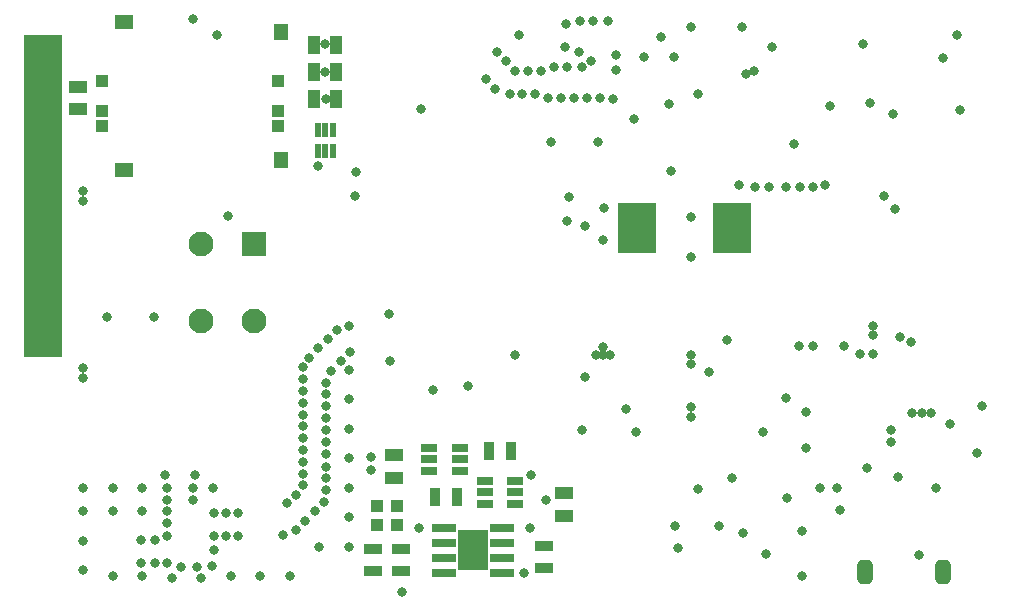
<source format=gbs>
G04*
G04 #@! TF.GenerationSoftware,Altium Limited,Altium Designer,22.0.2 (36)*
G04*
G04 Layer_Color=7674933*
%FSLAX44Y44*%
%MOMM*%
G71*
G04*
G04 #@! TF.SameCoordinates,5265F303-A955-4834-83B4-5BE1E65ADB8C*
G04*
G04*
G04 #@! TF.FilePolarity,Negative*
G04*
G01*
G75*
%ADD20O,2.3000X0.6000*%
%ADD35R,1.5000X0.9000*%
%ADD55R,0.9000X1.5000*%
%ADD56R,1.1000X1.5000*%
%ADD64R,1.5000X1.1000*%
%ADD65R,1.0000X1.0000*%
%ADD82R,0.5000X1.1900*%
G04:AMPARAMS|DCode=85|XSize=2.1mm|YSize=1.3mm|CornerRadius=0.41mm|HoleSize=0mm|Usage=FLASHONLY|Rotation=90.000|XOffset=0mm|YOffset=0mm|HoleType=Round|Shape=RoundedRectangle|*
%AMROUNDEDRECTD85*
21,1,2.1000,0.4800,0,0,90.0*
21,1,1.2800,1.3000,0,0,90.0*
1,1,0.8200,0.2400,0.6400*
1,1,0.8200,0.2400,-0.6400*
1,1,0.8200,-0.2400,-0.6400*
1,1,0.8200,-0.2400,0.6400*
%
%ADD85ROUNDEDRECTD85*%
%ADD86C,2.1000*%
%ADD87R,2.1000X2.1000*%
%ADD88C,0.8000*%
%ADD111R,3.2000X4.2000*%
%ADD112R,1.4000X0.7500*%
%ADD113R,2.0900X0.7200*%
%ADD114R,2.5330X3.4220*%
%ADD115R,1.6000X1.1500*%
%ADD116R,1.1500X1.4000*%
%ADD117R,1.0000X1.1000*%
G36*
X42000Y518500D02*
Y245500D01*
X10000D01*
Y518500D01*
X42000D01*
D02*
G37*
D20*
X24000Y264000D02*
D03*
Y272000D02*
D03*
Y280000D02*
D03*
Y288000D02*
D03*
Y296000D02*
D03*
Y304000D02*
D03*
Y312000D02*
D03*
Y320000D02*
D03*
Y328000D02*
D03*
Y336000D02*
D03*
Y344000D02*
D03*
Y352000D02*
D03*
Y360000D02*
D03*
Y368000D02*
D03*
Y376000D02*
D03*
Y384000D02*
D03*
Y392000D02*
D03*
Y400000D02*
D03*
Y440000D02*
D03*
Y448000D02*
D03*
Y456000D02*
D03*
Y464000D02*
D03*
Y472000D02*
D03*
Y480000D02*
D03*
Y488000D02*
D03*
Y496000D02*
D03*
D35*
X450000Y86000D02*
D03*
Y67000D02*
D03*
X328840Y64500D02*
D03*
Y83500D02*
D03*
X305840Y64500D02*
D03*
Y83500D02*
D03*
D55*
X357500Y127000D02*
D03*
X376500D02*
D03*
X422500Y166000D02*
D03*
X403500D02*
D03*
D56*
X274500Y464000D02*
D03*
X255500D02*
D03*
X274500Y487000D02*
D03*
X255500D02*
D03*
X274500Y510000D02*
D03*
X255500D02*
D03*
D64*
X467000Y130500D02*
D03*
Y111500D02*
D03*
X323000Y162500D02*
D03*
Y143500D02*
D03*
X56000Y455500D02*
D03*
Y474500D02*
D03*
D65*
X308840Y119500D02*
D03*
Y103500D02*
D03*
X325840Y119500D02*
D03*
Y103500D02*
D03*
D82*
X271500Y438200D02*
D03*
X265000D02*
D03*
X258500D02*
D03*
Y419800D02*
D03*
X265000D02*
D03*
X271500D02*
D03*
D85*
X788000Y64000D02*
D03*
X722000D02*
D03*
D86*
X204500Y276500D02*
D03*
X159500D02*
D03*
Y341500D02*
D03*
D87*
X204500D02*
D03*
D88*
X426000Y247000D02*
D03*
X684000Y135000D02*
D03*
X750000Y144000D02*
D03*
X677832Y389761D02*
D03*
X688239Y391168D02*
D03*
X667000Y390000D02*
D03*
X655000D02*
D03*
X641000D02*
D03*
X629000D02*
D03*
X672000Y169000D02*
D03*
Y199000D02*
D03*
X744000Y174000D02*
D03*
Y184000D02*
D03*
X575000Y364000D02*
D03*
X480000Y504000D02*
D03*
X459000Y491000D02*
D03*
X470000D02*
D03*
X482000D02*
D03*
X669000Y98000D02*
D03*
X636000Y182000D02*
D03*
X669000Y60000D02*
D03*
X528000Y182000D02*
D03*
X143000Y68000D02*
D03*
X575000Y525000D02*
D03*
X560000Y500000D02*
D03*
X535000D02*
D03*
X120000Y280000D02*
D03*
X80000D02*
D03*
X285000Y235000D02*
D03*
Y210000D02*
D03*
Y185000D02*
D03*
Y160000D02*
D03*
Y135000D02*
D03*
Y110000D02*
D03*
Y85000D02*
D03*
X260000D02*
D03*
X235000Y60000D02*
D03*
X170000Y135000D02*
D03*
X60000D02*
D03*
X110000D02*
D03*
X85000D02*
D03*
X210000Y60000D02*
D03*
X185000D02*
D03*
X160000Y59000D02*
D03*
X135000D02*
D03*
X110000Y60000D02*
D03*
X85000D02*
D03*
X60000Y65000D02*
D03*
Y90000D02*
D03*
Y115000D02*
D03*
X85000D02*
D03*
X110000D02*
D03*
X504000Y530000D02*
D03*
X492000D02*
D03*
X481000D02*
D03*
X469000Y528000D02*
D03*
X511000Y501000D02*
D03*
Y489000D02*
D03*
X468000Y508000D02*
D03*
X490000Y496000D02*
D03*
X448000Y488000D02*
D03*
X437000D02*
D03*
X426000D02*
D03*
X418000Y496000D02*
D03*
X410000Y504000D02*
D03*
X401000Y481000D02*
D03*
X409000Y473000D02*
D03*
X421000Y468000D02*
D03*
X432000D02*
D03*
X443000D02*
D03*
X454000Y465000D02*
D03*
X465000D02*
D03*
X476000D02*
D03*
X487000D02*
D03*
X498000D02*
D03*
X509000Y464000D02*
D03*
X526000Y447000D02*
D03*
X171000Y82000D02*
D03*
X169000Y69000D02*
D03*
X156000Y68000D02*
D03*
X131000Y71000D02*
D03*
X121000D02*
D03*
X109000D02*
D03*
Y91000D02*
D03*
X121000D02*
D03*
X131000Y94000D02*
D03*
Y105000D02*
D03*
Y115000D02*
D03*
Y125000D02*
D03*
Y135000D02*
D03*
X129000Y146000D02*
D03*
X153000Y125000D02*
D03*
Y135000D02*
D03*
X155000Y146000D02*
D03*
X181000Y114000D02*
D03*
X191000D02*
D03*
X171000D02*
D03*
Y94000D02*
D03*
X181000D02*
D03*
X191490Y93840D02*
D03*
X229000Y95000D02*
D03*
X240000Y99000D02*
D03*
X248000Y107000D02*
D03*
X256000Y115000D02*
D03*
X264000Y123000D02*
D03*
X266000Y133000D02*
D03*
Y143000D02*
D03*
Y153000D02*
D03*
Y164000D02*
D03*
Y174000D02*
D03*
Y184000D02*
D03*
Y194000D02*
D03*
Y204000D02*
D03*
Y214000D02*
D03*
Y224000D02*
D03*
X270000Y234000D02*
D03*
X278000Y242000D02*
D03*
X286000Y250000D02*
D03*
X233000Y122000D02*
D03*
X240000Y129000D02*
D03*
X246000Y137000D02*
D03*
Y147000D02*
D03*
Y157000D02*
D03*
Y167000D02*
D03*
Y177000D02*
D03*
Y187000D02*
D03*
Y197000D02*
D03*
Y207000D02*
D03*
Y217000D02*
D03*
Y227000D02*
D03*
Y237000D02*
D03*
X251000Y245000D02*
D03*
X259000Y253000D02*
D03*
X267000Y261000D02*
D03*
X275000Y269000D02*
D03*
X285000Y272000D02*
D03*
X304000Y150000D02*
D03*
Y161000D02*
D03*
X575000Y203000D02*
D03*
Y195000D02*
D03*
Y247000D02*
D03*
Y240000D02*
D03*
Y330000D02*
D03*
X330000Y47000D02*
D03*
X60000Y236000D02*
D03*
Y386000D02*
D03*
Y228000D02*
D03*
Y378000D02*
D03*
X628000Y488000D02*
D03*
X621000Y485000D02*
D03*
X701000Y116000D02*
D03*
X494000Y247000D02*
D03*
X506000D02*
D03*
X500000Y254000D02*
D03*
Y247000D02*
D03*
Y345000D02*
D03*
X485000Y357000D02*
D03*
X605000Y260000D02*
D03*
X729000Y264000D02*
D03*
Y272000D02*
D03*
X666000Y255000D02*
D03*
X678150Y254850D02*
D03*
X704000Y255000D02*
D03*
X752000Y263000D02*
D03*
X761000Y258000D02*
D03*
X615000Y391000D02*
D03*
X692000Y458000D02*
D03*
X619000Y97000D02*
D03*
X794000Y189000D02*
D03*
X258522Y407748D02*
D03*
X438000Y101000D02*
D03*
X452000Y125000D02*
D03*
X439000Y146000D02*
D03*
X821000Y204000D02*
D03*
X638000Y79000D02*
D03*
X747000Y371000D02*
D03*
X738000Y382000D02*
D03*
X346000Y456000D02*
D03*
X266000Y464000D02*
D03*
X265000Y487000D02*
D03*
Y511000D02*
D03*
X320000Y242000D02*
D03*
X319000Y282000D02*
D03*
X726000Y461000D02*
D03*
X173500Y518500D02*
D03*
X746000Y451500D02*
D03*
X802000Y455000D02*
D03*
X788000Y499000D02*
D03*
X768000Y77875D02*
D03*
X782000Y135000D02*
D03*
X356000Y218000D02*
D03*
X564000Y84000D02*
D03*
X609500Y143500D02*
D03*
X581000Y468000D02*
D03*
X617500Y525500D02*
D03*
X429000Y518000D02*
D03*
X549000Y517000D02*
D03*
X558000Y403000D02*
D03*
X556000Y460000D02*
D03*
X496000Y428000D02*
D03*
X456000D02*
D03*
X183000Y365000D02*
D03*
X290000Y382000D02*
D03*
X291000Y402000D02*
D03*
X344290Y101050D02*
D03*
X433000Y63000D02*
D03*
X698000Y135000D02*
D03*
X724000Y152000D02*
D03*
X598000Y103000D02*
D03*
X816500Y164500D02*
D03*
X153000Y532000D02*
D03*
X643000Y508000D02*
D03*
X799500Y518500D02*
D03*
X720067Y511000D02*
D03*
X561000Y103000D02*
D03*
X482000Y184000D02*
D03*
X386000Y221000D02*
D03*
X581000Y134000D02*
D03*
X590000Y233000D02*
D03*
X520000Y202000D02*
D03*
X484624Y229000D02*
D03*
X471000Y381000D02*
D03*
X470000Y361000D02*
D03*
X501000Y372000D02*
D03*
X778000Y198000D02*
D03*
X770000D02*
D03*
X656000Y126000D02*
D03*
X729000Y248000D02*
D03*
X718000D02*
D03*
X655000Y211000D02*
D03*
X662000Y426000D02*
D03*
X762000Y198000D02*
D03*
D111*
X609000Y355000D02*
D03*
X529000D02*
D03*
D112*
X379000Y168500D02*
D03*
Y159000D02*
D03*
Y149500D02*
D03*
X353000D02*
D03*
Y168500D02*
D03*
Y159000D02*
D03*
X426000Y140500D02*
D03*
Y131000D02*
D03*
Y121500D02*
D03*
X400000D02*
D03*
Y140500D02*
D03*
Y131000D02*
D03*
D113*
X414750Y101050D02*
D03*
Y88350D02*
D03*
Y75650D02*
D03*
Y62950D02*
D03*
X365250D02*
D03*
Y75650D02*
D03*
Y88350D02*
D03*
Y101050D02*
D03*
D114*
X390000Y82000D02*
D03*
D115*
X94300Y404400D02*
D03*
Y529600D02*
D03*
D116*
X227400Y412750D02*
D03*
Y521250D02*
D03*
D117*
X225100Y441300D02*
D03*
Y453700D02*
D03*
Y479100D02*
D03*
X75700Y441300D02*
D03*
Y453700D02*
D03*
Y479100D02*
D03*
M02*

</source>
